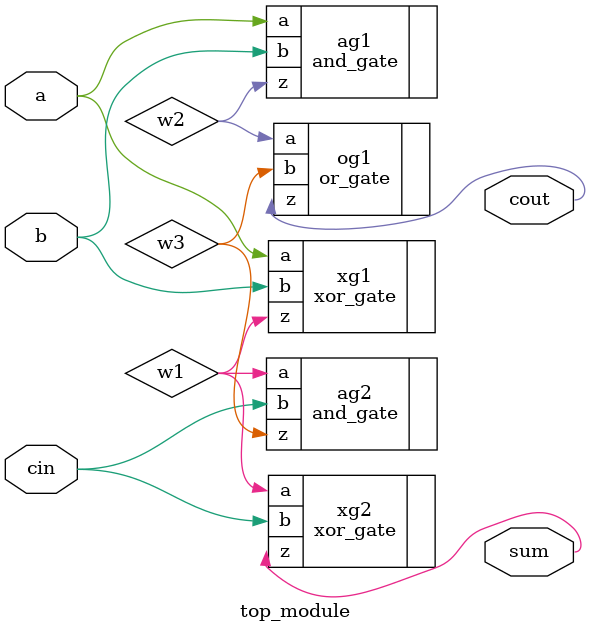
<source format=sv>
module top_module (
  input a,
  input b,
  input cin,
  output cout,
  output sum
);

  wire w1, w2, w3; // Intermediate wires
  
  // Generate the sum and individual carry-out bits
  
  xor_gate xg1(.a(a), .b(b), .z(w1));     // XOR gate for a and b
  xor_gate xg2(.a(w1), .b(cin), .z(sum)); // XOR gate for the previous result and cin
  
  and_gate ag1(.a(a), .b(b), .z(w2));     // AND gate for a and b
  and_gate ag2(.a(w1), .b(cin), .z(w3));  // AND gate for the previous result and cin
 
  or_gate og1(.a(w2), .b(w3), .z(cout));   // OR gate for the carry-out bits

endmodule

</source>
